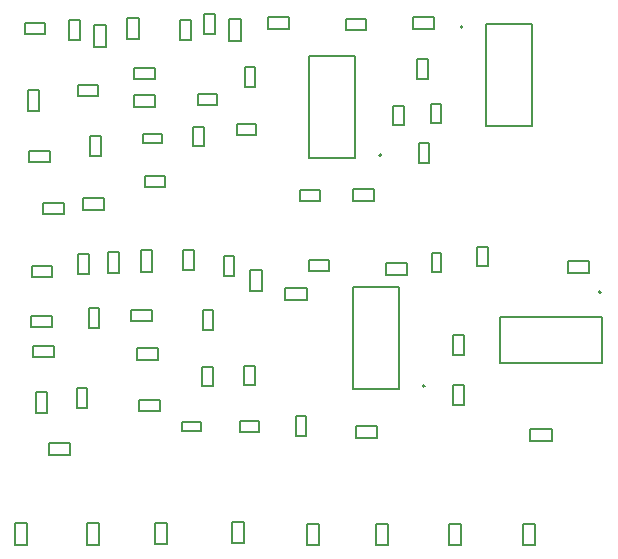
<source format=gbr>
G04*
G04 #@! TF.GenerationSoftware,Altium Limited,Altium Designer,23.2.1 (34)*
G04*
G04 Layer_Color=32768*
%FSLAX25Y25*%
%MOIN*%
G70*
G04*
G04 #@! TF.SameCoordinates,168D8CC4-6B96-4916-8BE8-BBD7D9E71175*
G04*
G04*
G04 #@! TF.FilePolarity,Positive*
G04*
G01*
G75*
%ADD10C,0.00787*%
%ADD12C,0.00500*%
D10*
X173378Y112909D02*
G03*
X173378Y112909I-394J0D01*
G01*
X185949Y232642D02*
G03*
X185949Y232642I-394J0D01*
G01*
X158839Y189858D02*
G03*
X158839Y189858I-394J0D01*
G01*
X232035Y144201D02*
G03*
X232035Y144201I-394J0D01*
G01*
D12*
X99228Y131654D02*
X102772D01*
Y138347D01*
X99228D02*
X102772D01*
X99228Y131654D02*
Y138347D01*
X164716Y112023D02*
Y146078D01*
X149362Y112023D02*
X164716D01*
X149362D02*
Y146078D01*
X164716D01*
X193823Y199472D02*
Y233528D01*
X209177D01*
Y199472D02*
Y233528D01*
X193823Y199472D02*
X209177D01*
X150177Y188973D02*
Y223028D01*
X134823Y188973D02*
X150177D01*
X134823D02*
Y223028D01*
X150177D01*
X156957Y67031D02*
X160894D01*
X156957Y59944D02*
Y67031D01*
Y59944D02*
X160894D01*
Y67031D01*
X109032Y67543D02*
X112969D01*
X109032Y60457D02*
Y67543D01*
Y60457D02*
X112969D01*
Y67543D01*
X141346Y151279D02*
Y154822D01*
X134653D02*
X141346D01*
X134653Y151279D02*
Y154822D01*
Y151279D02*
X141346D01*
X175705Y157200D02*
X178854D01*
X175705Y150901D02*
Y157200D01*
Y150901D02*
X178854D01*
Y157200D01*
X208496Y94582D02*
Y98519D01*
Y94582D02*
X215582D01*
Y98519D01*
X208496D02*
X215582D01*
X57228Y105704D02*
X60772D01*
Y112397D01*
X57228D02*
X60772D01*
X57228Y105704D02*
Y112397D01*
X106229Y156346D02*
X109772D01*
X106229Y149654D02*
Y156346D01*
Y149654D02*
X109772D01*
Y156346D01*
X55043Y90032D02*
Y93969D01*
X47957D02*
X55043D01*
X47957Y90032D02*
Y93969D01*
Y90032D02*
X55043D01*
X57768Y156897D02*
X61311D01*
X57768Y150204D02*
Y156897D01*
Y150204D02*
X61311D01*
Y156897D01*
X67571Y150508D02*
X71508D01*
Y157594D01*
X67571D02*
X71508D01*
X67571Y150508D02*
Y157594D01*
X92728Y158347D02*
X96272D01*
X92728Y151654D02*
Y158347D01*
Y151654D02*
X96272D01*
Y158347D01*
X111850Y97649D02*
Y101350D01*
X118150Y97649D02*
Y101350D01*
X111850D02*
X118150D01*
X111850Y97649D02*
X118150D01*
X182729Y123204D02*
X186272D01*
Y129897D01*
X182729D02*
X186272D01*
X182729Y123204D02*
Y129897D01*
X113150Y119650D02*
X116850D01*
X113150Y113350D02*
X116850D01*
Y119650D01*
X113150Y113350D02*
Y119650D01*
X84543Y121532D02*
Y125469D01*
X77457D02*
X84543D01*
X77457Y121532D02*
Y125469D01*
Y121532D02*
X84543D01*
X167543Y150032D02*
Y153969D01*
X160457D02*
X167543D01*
X160457Y150032D02*
Y153969D01*
Y150032D02*
X167543D01*
X99149Y112850D02*
X102850D01*
X99149Y119150D02*
X102850D01*
X99149Y112850D02*
Y119150D01*
X102850Y112850D02*
Y119150D01*
X61267Y132204D02*
X64811D01*
Y138897D01*
X61267D02*
X64811D01*
X61267Y132204D02*
Y138897D01*
X126837Y141488D02*
Y145424D01*
Y141488D02*
X133923D01*
Y145424D01*
X126837D02*
X133923D01*
X115032Y144507D02*
X118969D01*
Y151594D01*
X115032D02*
X118969D01*
X115032Y144507D02*
Y151594D01*
X113228Y212654D02*
X116772D01*
Y219347D01*
X113228D02*
X116772D01*
X113228Y212654D02*
Y219347D01*
X138347Y174728D02*
Y178272D01*
X131654D02*
X138347D01*
X131654Y174728D02*
Y178272D01*
Y174728D02*
X138347D01*
X99728Y236846D02*
X103272D01*
X99728Y230153D02*
Y236846D01*
Y230153D02*
X103272D01*
Y236846D01*
X83543Y206082D02*
Y210019D01*
X76457D02*
X83543D01*
X76457Y206082D02*
Y210019D01*
Y206082D02*
X83543D01*
X157543Y95582D02*
Y99519D01*
X150457D02*
X157543D01*
X150457Y95582D02*
Y99519D01*
Y95582D02*
X157543D01*
X156543Y174582D02*
Y178519D01*
X149457D02*
X156543D01*
X149457Y174582D02*
Y178519D01*
Y174582D02*
X156543D01*
X84917Y104728D02*
Y108272D01*
X78224D02*
X84917D01*
X78224Y104728D02*
Y108272D01*
Y104728D02*
X84917D01*
X86846Y179229D02*
Y182772D01*
X80154D02*
X86846D01*
X80154Y179229D02*
Y182772D01*
Y179229D02*
X86846D01*
X98650Y97925D02*
Y101075D01*
X92350D02*
X98650D01*
X92350Y97925D02*
Y101075D01*
Y97925D02*
X98650D01*
X85650Y193925D02*
Y197075D01*
X79350D02*
X85650D01*
X79350Y193925D02*
Y197075D01*
Y193925D02*
X85650D01*
X190689Y159200D02*
X194390D01*
X190689Y152901D02*
X194390D01*
Y159200D01*
X190689Y152901D02*
Y159200D01*
X162650Y206150D02*
X166350D01*
X162650Y199851D02*
X166350D01*
Y206150D01*
X162650Y199851D02*
Y206150D01*
X43650Y110965D02*
X47351D01*
X43650Y104036D02*
Y110965D01*
Y104036D02*
X47351D01*
Y110965D01*
X42646Y122700D02*
Y126401D01*
Y122700D02*
X49575D01*
Y126401D01*
X42646D02*
X49575D01*
X41535Y187650D02*
Y191351D01*
Y187650D02*
X48465D01*
Y191351D01*
X41535D02*
X48465D01*
X198472Y135933D02*
X232528D01*
Y120579D02*
Y135933D01*
X198472Y120579D02*
X232528D01*
X198472D02*
Y135933D01*
X205957Y67031D02*
X209894D01*
X205957Y59944D02*
Y67031D01*
Y59944D02*
X209894D01*
Y67031D01*
X181457D02*
X185394D01*
X181457Y59944D02*
Y67031D01*
Y59944D02*
X185394D01*
Y67031D01*
X134032Y67043D02*
X137969D01*
X134032Y59956D02*
Y67043D01*
Y59956D02*
X137969D01*
Y67043D01*
X83537Y67398D02*
X87474D01*
X83537Y60311D02*
Y67398D01*
Y60311D02*
X87474D01*
Y67398D01*
X60882Y67094D02*
X64819D01*
X60882Y60007D02*
Y67094D01*
Y60007D02*
X64819D01*
Y67094D01*
X36882D02*
X40819D01*
X36882Y60007D02*
Y67094D01*
Y60007D02*
X40819D01*
Y67094D01*
X153846Y231728D02*
Y235272D01*
X147154D02*
X153846D01*
X147154Y231728D02*
Y235272D01*
Y231728D02*
X153846D01*
X175425Y206795D02*
X178575D01*
X175425Y200496D02*
Y206795D01*
Y200496D02*
X178575D01*
Y206795D01*
X130228Y102846D02*
X133772D01*
X130228Y96154D02*
Y102846D01*
Y96154D02*
X133772D01*
Y102846D01*
X182728Y113346D02*
X186272D01*
X182728Y106653D02*
Y113346D01*
Y106653D02*
X186272D01*
Y113346D01*
X78571Y151008D02*
X82508D01*
Y158094D01*
X78571D02*
X82508D01*
X78571Y151008D02*
Y158094D01*
X48957Y149279D02*
Y152822D01*
X42264D02*
X48957D01*
X42264Y149279D02*
Y152822D01*
Y149279D02*
X48957D01*
X110850Y196650D02*
Y200350D01*
X117150Y196650D02*
Y200350D01*
X110850D02*
X117150D01*
X110850Y196650D02*
X117150D01*
X63032Y226007D02*
X66969D01*
Y233094D01*
X63032D02*
X66969D01*
X63032Y226007D02*
Y233094D01*
X171228Y193846D02*
X174772D01*
X171228Y187154D02*
Y193846D01*
Y187154D02*
X174772D01*
Y193846D01*
X61728Y196346D02*
X65272D01*
X61728Y189654D02*
Y196346D01*
Y189654D02*
X65272D01*
Y196346D01*
X64346Y209728D02*
Y213272D01*
X57654D02*
X64346D01*
X57654Y209728D02*
Y213272D01*
Y209728D02*
X64346D01*
X108032Y228007D02*
X111969D01*
Y235094D01*
X108032D02*
X111969D01*
X108032Y228007D02*
Y235094D01*
X97851Y206650D02*
Y210350D01*
X104150Y206650D02*
Y210350D01*
X97851D02*
X104150D01*
X97851Y206650D02*
X104150D01*
X176543Y232032D02*
Y235969D01*
X169457D02*
X176543D01*
X169457Y232032D02*
Y235969D01*
Y232032D02*
X176543D01*
X170728Y215154D02*
X174272D01*
Y221847D01*
X170728D02*
X174272D01*
X170728Y215154D02*
Y221847D01*
X66543Y171532D02*
Y175469D01*
X59457D02*
X66543D01*
X59457Y171532D02*
Y175469D01*
Y171532D02*
X66543D01*
X91728Y234897D02*
X95272D01*
X91728Y228204D02*
Y234897D01*
Y228204D02*
X95272D01*
Y234897D01*
X220957Y150582D02*
Y154519D01*
Y150582D02*
X228043D01*
Y154519D01*
X220957D02*
X228043D01*
X121067Y232082D02*
Y236019D01*
Y232082D02*
X128154D01*
Y236019D01*
X121067D02*
X128154D01*
X54728Y234846D02*
X58272D01*
X54728Y228154D02*
Y234846D01*
Y228154D02*
X58272D01*
Y234846D01*
X46846Y230229D02*
Y233772D01*
X40154D02*
X46846D01*
X40154Y230229D02*
Y233772D01*
Y230229D02*
X46846D01*
X74032Y228507D02*
X77969D01*
Y235594D01*
X74032D02*
X77969D01*
X74032Y228507D02*
Y235594D01*
X96150Y199150D02*
X99850D01*
X96150Y192850D02*
X99850D01*
Y199150D01*
X96150Y192850D02*
Y199150D01*
X75535Y134650D02*
Y138350D01*
Y134650D02*
X82464D01*
Y138350D01*
X75535D02*
X82464D01*
X42075Y132700D02*
Y136401D01*
Y132700D02*
X49004D01*
Y136401D01*
X42075D02*
X49004D01*
X76535Y215200D02*
Y218901D01*
Y215200D02*
X83465D01*
Y218901D01*
X76535D02*
X83465D01*
X46035Y170150D02*
Y173850D01*
Y170150D02*
X52965D01*
Y173850D01*
X46035D02*
X52965D01*
X41150Y211465D02*
X44851D01*
X41150Y204535D02*
Y211465D01*
Y204535D02*
X44851D01*
Y211465D01*
M02*

</source>
